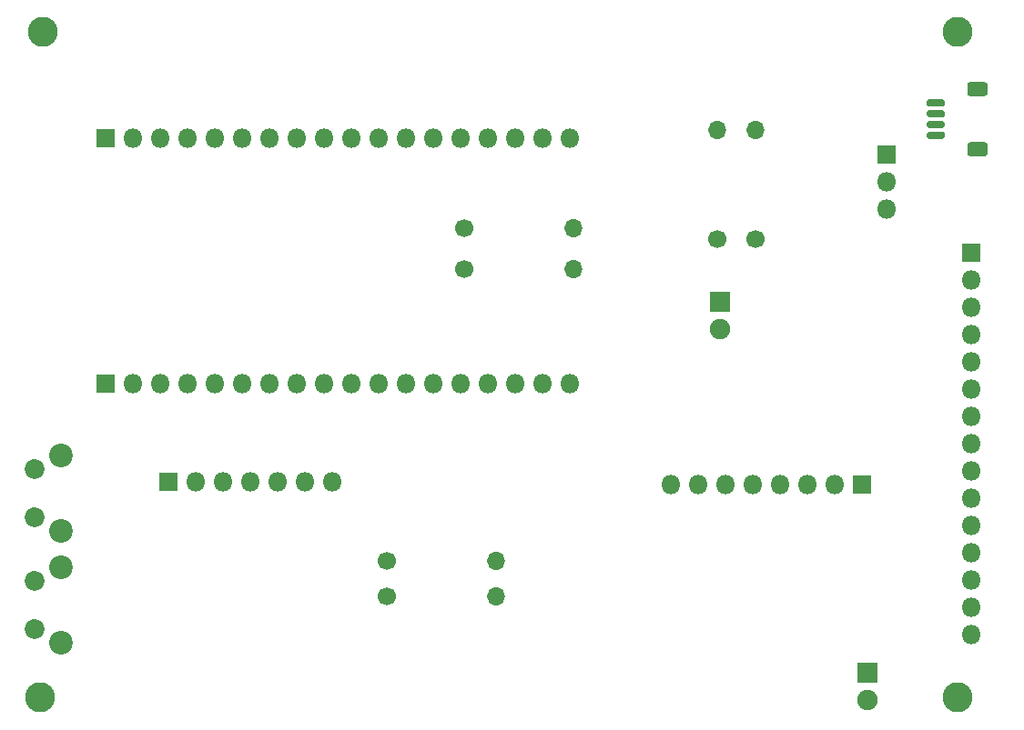
<source format=gbr>
%TF.GenerationSoftware,KiCad,Pcbnew,5.1.6-c6e7f7d~87~ubuntu18.04.1*%
%TF.CreationDate,2020-12-14T21:37:13-05:00*%
%TF.ProjectId,remote,72656d6f-7465-42e6-9b69-6361645f7063,rev?*%
%TF.SameCoordinates,Original*%
%TF.FileFunction,Soldermask,Top*%
%TF.FilePolarity,Negative*%
%FSLAX46Y46*%
G04 Gerber Fmt 4.6, Leading zero omitted, Abs format (unit mm)*
G04 Created by KiCad (PCBNEW 5.1.6-c6e7f7d~87~ubuntu18.04.1) date 2020-12-14 21:37:13*
%MOMM*%
%LPD*%
G01*
G04 APERTURE LIST*
%ADD10O,1.800000X1.800000*%
%ADD11R,1.800000X1.800000*%
%ADD12C,2.200000*%
%ADD13C,1.850000*%
%ADD14O,1.700000X1.700000*%
%ADD15C,1.700000*%
%ADD16C,1.900000*%
%ADD17R,1.900000X1.900000*%
%ADD18C,2.800000*%
G04 APERTURE END LIST*
D10*
%TO.C,J2*%
X115570000Y-76708000D03*
X113030000Y-76708000D03*
X110490000Y-76708000D03*
X107950000Y-76708000D03*
X105410000Y-76708000D03*
X102870000Y-76708000D03*
X100330000Y-76708000D03*
X97790000Y-76708000D03*
X95250000Y-76708000D03*
X92710000Y-76708000D03*
X90170000Y-76708000D03*
X87630000Y-76708000D03*
X85090000Y-76708000D03*
X82550000Y-76708000D03*
X80010000Y-76708000D03*
X77470000Y-76708000D03*
X74930000Y-76708000D03*
D11*
X72390000Y-76708000D03*
%TD*%
D12*
%TO.C,SW2*%
X68276000Y-123678000D03*
D13*
X65786000Y-122428000D03*
X65786000Y-117928000D03*
D12*
X68276000Y-116668000D03*
%TD*%
%TO.C,SW1*%
X68276000Y-113264000D03*
D13*
X65786000Y-112014000D03*
X65786000Y-107514000D03*
D12*
X68276000Y-106254000D03*
%TD*%
%TO.C,J5*%
G36*
G01*
X154192168Y-72780000D02*
X152833832Y-72780000D01*
G75*
G02*
X152563000Y-72509168I0J270832D01*
G01*
X152563000Y-71750832D01*
G75*
G02*
X152833832Y-71480000I270832J0D01*
G01*
X154192168Y-71480000D01*
G75*
G02*
X154463000Y-71750832I0J-270832D01*
G01*
X154463000Y-72509168D01*
G75*
G02*
X154192168Y-72780000I-270832J0D01*
G01*
G37*
G36*
G01*
X154192168Y-78380000D02*
X152833832Y-78380000D01*
G75*
G02*
X152563000Y-78109168I0J270832D01*
G01*
X152563000Y-77350832D01*
G75*
G02*
X152833832Y-77080000I270832J0D01*
G01*
X154192168Y-77080000D01*
G75*
G02*
X154463000Y-77350832I0J-270832D01*
G01*
X154463000Y-78109168D01*
G75*
G02*
X154192168Y-78380000I-270832J0D01*
G01*
G37*
G36*
G01*
X150288000Y-73780000D02*
X148988000Y-73780000D01*
G75*
G02*
X148813000Y-73605000I0J175000D01*
G01*
X148813000Y-73255000D01*
G75*
G02*
X148988000Y-73080000I175000J0D01*
G01*
X150288000Y-73080000D01*
G75*
G02*
X150463000Y-73255000I0J-175000D01*
G01*
X150463000Y-73605000D01*
G75*
G02*
X150288000Y-73780000I-175000J0D01*
G01*
G37*
G36*
G01*
X150288000Y-74780000D02*
X148988000Y-74780000D01*
G75*
G02*
X148813000Y-74605000I0J175000D01*
G01*
X148813000Y-74255000D01*
G75*
G02*
X148988000Y-74080000I175000J0D01*
G01*
X150288000Y-74080000D01*
G75*
G02*
X150463000Y-74255000I0J-175000D01*
G01*
X150463000Y-74605000D01*
G75*
G02*
X150288000Y-74780000I-175000J0D01*
G01*
G37*
G36*
G01*
X150288000Y-75780000D02*
X148988000Y-75780000D01*
G75*
G02*
X148813000Y-75605000I0J175000D01*
G01*
X148813000Y-75255000D01*
G75*
G02*
X148988000Y-75080000I175000J0D01*
G01*
X150288000Y-75080000D01*
G75*
G02*
X150463000Y-75255000I0J-175000D01*
G01*
X150463000Y-75605000D01*
G75*
G02*
X150288000Y-75780000I-175000J0D01*
G01*
G37*
G36*
G01*
X150288000Y-76780000D02*
X148988000Y-76780000D01*
G75*
G02*
X148813000Y-76605000I0J175000D01*
G01*
X148813000Y-76255000D01*
G75*
G02*
X148988000Y-76080000I175000J0D01*
G01*
X150288000Y-76080000D01*
G75*
G02*
X150463000Y-76255000I0J-175000D01*
G01*
X150463000Y-76605000D01*
G75*
G02*
X150288000Y-76780000I-175000J0D01*
G01*
G37*
%TD*%
D10*
%TO.C,J3*%
X152908000Y-122936000D03*
X152908000Y-120396000D03*
X152908000Y-117856000D03*
X152908000Y-115316000D03*
X152908000Y-112776000D03*
X152908000Y-110236000D03*
X152908000Y-107696000D03*
X152908000Y-105156000D03*
X152908000Y-102616000D03*
X152908000Y-100076000D03*
X152908000Y-97536000D03*
X152908000Y-94996000D03*
X152908000Y-92456000D03*
X152908000Y-89916000D03*
D11*
X152908000Y-87376000D03*
%TD*%
D14*
%TO.C,RS3*%
X132842000Y-75946000D03*
D15*
X132842000Y-86106000D03*
%TD*%
D16*
%TO.C,D2*%
X143250000Y-129040000D03*
D17*
X143250000Y-126500000D03*
%TD*%
D18*
%TO.C,H1*%
X66548000Y-66802000D03*
%TD*%
D14*
%TO.C,RS2*%
X129286000Y-75946000D03*
D15*
X129286000Y-86106000D03*
%TD*%
D16*
%TO.C,D1*%
X129540000Y-94488000D03*
D17*
X129540000Y-91948000D03*
%TD*%
D10*
%TO.C,J4*%
X145034000Y-83312000D03*
X145034000Y-80772000D03*
D11*
X145034000Y-78232000D03*
%TD*%
D10*
%TO.C,J1*%
X115570000Y-99568000D03*
X113030000Y-99568000D03*
X110490000Y-99568000D03*
X107950000Y-99568000D03*
X105410000Y-99568000D03*
X102870000Y-99568000D03*
X100330000Y-99568000D03*
X97790000Y-99568000D03*
X95250000Y-99568000D03*
X92710000Y-99568000D03*
X90170000Y-99568000D03*
X87630000Y-99568000D03*
X85090000Y-99568000D03*
X82550000Y-99568000D03*
X80010000Y-99568000D03*
X77470000Y-99568000D03*
X74930000Y-99568000D03*
D11*
X72390000Y-99568000D03*
%TD*%
D15*
%TO.C,RS1*%
X105732000Y-88912000D03*
D14*
X115892000Y-88912000D03*
%TD*%
D15*
%TO.C,RS0*%
X105732000Y-85102000D03*
D14*
X115892000Y-85102000D03*
%TD*%
D10*
%TO.C,J11*%
X124968000Y-108966000D03*
X127508000Y-108966000D03*
X130048000Y-108966000D03*
X132588000Y-108966000D03*
X135128000Y-108966000D03*
X137668000Y-108966000D03*
X140208000Y-108966000D03*
D11*
X142748000Y-108966000D03*
%TD*%
%TO.C,J9*%
X78232000Y-108712000D03*
D10*
X80772000Y-108712000D03*
X83312000Y-108712000D03*
X85852000Y-108712000D03*
X88392000Y-108712000D03*
X90932000Y-108712000D03*
X93472000Y-108712000D03*
%TD*%
D18*
%TO.C,H4*%
X151630000Y-128800000D03*
%TD*%
%TO.C,H3*%
X66294000Y-128800000D03*
%TD*%
%TO.C,H2*%
X151630000Y-66802000D03*
%TD*%
D14*
%TO.C,R3*%
X108712000Y-116078000D03*
D15*
X98552000Y-116078000D03*
%TD*%
D14*
%TO.C,R2*%
X108712000Y-119380000D03*
D15*
X98552000Y-119380000D03*
%TD*%
M02*

</source>
